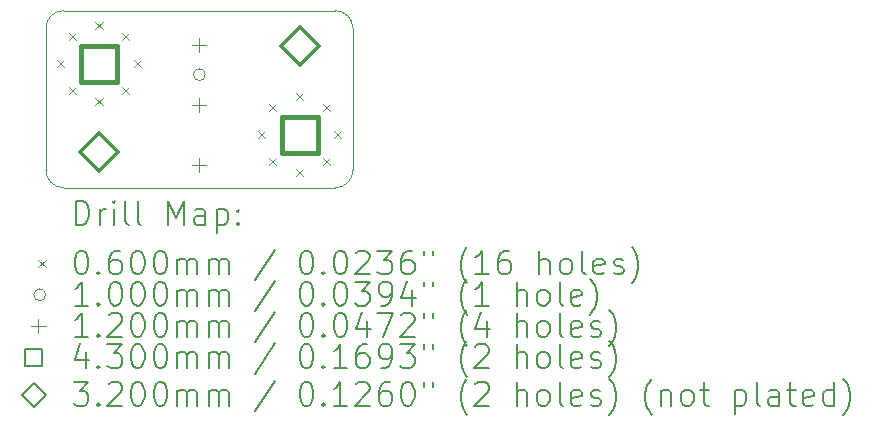
<source format=gbr>
%TF.GenerationSoftware,KiCad,Pcbnew,(6.0.9)*%
%TF.CreationDate,2022-12-17T15:31:03+11:00*%
%TF.ProjectId,EurekaProbe0.0.2,45757265-6b61-4507-926f-6265302e302e,rev?*%
%TF.SameCoordinates,Original*%
%TF.FileFunction,Drillmap*%
%TF.FilePolarity,Positive*%
%FSLAX45Y45*%
G04 Gerber Fmt 4.5, Leading zero omitted, Abs format (unit mm)*
G04 Created by KiCad (PCBNEW (6.0.9)) date 2022-12-17 15:31:03*
%MOMM*%
%LPD*%
G01*
G04 APERTURE LIST*
%ADD10C,0.050000*%
%ADD11C,0.200000*%
%ADD12C,0.060000*%
%ADD13C,0.100000*%
%ADD14C,0.120000*%
%ADD15C,0.430000*%
%ADD16C,0.320000*%
G04 APERTURE END LIST*
D10*
X9300000Y-5350000D02*
G75*
G03*
X9150000Y-5200000I-150000J0D01*
G01*
X9300000Y-6550000D02*
X9300000Y-5350000D01*
X6700000Y-5350000D02*
X6700000Y-6550000D01*
X9150000Y-6700000D02*
G75*
G03*
X9300000Y-6550000I0J150000D01*
G01*
X6700000Y-6550000D02*
G75*
G03*
X6850000Y-6700000I150000J0D01*
G01*
X6850000Y-6700000D02*
X9150000Y-6700000D01*
X6850000Y-5200000D02*
G75*
G03*
X6700000Y-5350000I0J-150000D01*
G01*
X9150000Y-5200000D02*
X6850000Y-5200000D01*
D11*
D12*
X6797500Y-5620000D02*
X6857500Y-5680000D01*
X6857500Y-5620000D02*
X6797500Y-5680000D01*
X6891958Y-5391958D02*
X6951958Y-5451958D01*
X6951958Y-5391958D02*
X6891958Y-5451958D01*
X6891958Y-5848042D02*
X6951958Y-5908042D01*
X6951958Y-5848042D02*
X6891958Y-5908042D01*
X7120000Y-5297500D02*
X7180000Y-5357500D01*
X7180000Y-5297500D02*
X7120000Y-5357500D01*
X7120000Y-5942500D02*
X7180000Y-6002500D01*
X7180000Y-5942500D02*
X7120000Y-6002500D01*
X7348042Y-5391958D02*
X7408042Y-5451958D01*
X7408042Y-5391958D02*
X7348042Y-5451958D01*
X7348042Y-5848042D02*
X7408042Y-5908042D01*
X7408042Y-5848042D02*
X7348042Y-5908042D01*
X7442500Y-5620000D02*
X7502500Y-5680000D01*
X7502500Y-5620000D02*
X7442500Y-5680000D01*
X8497500Y-6220000D02*
X8557500Y-6280000D01*
X8557500Y-6220000D02*
X8497500Y-6280000D01*
X8591958Y-5991958D02*
X8651958Y-6051958D01*
X8651958Y-5991958D02*
X8591958Y-6051958D01*
X8591958Y-6448042D02*
X8651958Y-6508042D01*
X8651958Y-6448042D02*
X8591958Y-6508042D01*
X8820000Y-5897500D02*
X8880000Y-5957500D01*
X8880000Y-5897500D02*
X8820000Y-5957500D01*
X8820000Y-6542500D02*
X8880000Y-6602500D01*
X8880000Y-6542500D02*
X8820000Y-6602500D01*
X9048042Y-5991958D02*
X9108042Y-6051958D01*
X9108042Y-5991958D02*
X9048042Y-6051958D01*
X9048042Y-6448042D02*
X9108042Y-6508042D01*
X9108042Y-6448042D02*
X9048042Y-6508042D01*
X9142500Y-6220000D02*
X9202500Y-6280000D01*
X9202500Y-6220000D02*
X9142500Y-6280000D01*
D13*
X8050000Y-5742000D02*
G75*
G03*
X8050000Y-5742000I-50000J0D01*
G01*
D14*
X8000000Y-5432000D02*
X8000000Y-5552000D01*
X7940000Y-5492000D02*
X8060000Y-5492000D01*
X8000000Y-5940000D02*
X8000000Y-6060000D01*
X7940000Y-6000000D02*
X8060000Y-6000000D01*
X8000000Y-6448000D02*
X8000000Y-6568000D01*
X7940000Y-6508000D02*
X8060000Y-6508000D01*
X8000000Y-6448000D02*
X8000000Y-6568000D01*
X7940000Y-6508000D02*
X8060000Y-6508000D01*
D15*
X7302029Y-5802029D02*
X7302029Y-5497971D01*
X6997971Y-5497971D01*
X6997971Y-5802029D01*
X7302029Y-5802029D01*
X9002029Y-6402029D02*
X9002029Y-6097971D01*
X8697971Y-6097971D01*
X8697971Y-6402029D01*
X9002029Y-6402029D01*
D16*
X7150000Y-6560000D02*
X7310000Y-6400000D01*
X7150000Y-6240000D01*
X6990000Y-6400000D01*
X7150000Y-6560000D01*
X8850000Y-5660000D02*
X9010000Y-5500000D01*
X8850000Y-5340000D01*
X8690000Y-5500000D01*
X8850000Y-5660000D01*
D11*
X6955119Y-7012976D02*
X6955119Y-6812976D01*
X7002738Y-6812976D01*
X7031309Y-6822500D01*
X7050357Y-6841548D01*
X7059881Y-6860595D01*
X7069405Y-6898690D01*
X7069405Y-6927262D01*
X7059881Y-6965357D01*
X7050357Y-6984405D01*
X7031309Y-7003452D01*
X7002738Y-7012976D01*
X6955119Y-7012976D01*
X7155119Y-7012976D02*
X7155119Y-6879643D01*
X7155119Y-6917738D02*
X7164643Y-6898690D01*
X7174167Y-6889167D01*
X7193214Y-6879643D01*
X7212262Y-6879643D01*
X7278928Y-7012976D02*
X7278928Y-6879643D01*
X7278928Y-6812976D02*
X7269405Y-6822500D01*
X7278928Y-6832024D01*
X7288452Y-6822500D01*
X7278928Y-6812976D01*
X7278928Y-6832024D01*
X7402738Y-7012976D02*
X7383690Y-7003452D01*
X7374167Y-6984405D01*
X7374167Y-6812976D01*
X7507500Y-7012976D02*
X7488452Y-7003452D01*
X7478928Y-6984405D01*
X7478928Y-6812976D01*
X7736071Y-7012976D02*
X7736071Y-6812976D01*
X7802738Y-6955833D01*
X7869405Y-6812976D01*
X7869405Y-7012976D01*
X8050357Y-7012976D02*
X8050357Y-6908214D01*
X8040833Y-6889167D01*
X8021786Y-6879643D01*
X7983690Y-6879643D01*
X7964643Y-6889167D01*
X8050357Y-7003452D02*
X8031309Y-7012976D01*
X7983690Y-7012976D01*
X7964643Y-7003452D01*
X7955119Y-6984405D01*
X7955119Y-6965357D01*
X7964643Y-6946309D01*
X7983690Y-6936786D01*
X8031309Y-6936786D01*
X8050357Y-6927262D01*
X8145595Y-6879643D02*
X8145595Y-7079643D01*
X8145595Y-6889167D02*
X8164643Y-6879643D01*
X8202738Y-6879643D01*
X8221786Y-6889167D01*
X8231309Y-6898690D01*
X8240833Y-6917738D01*
X8240833Y-6974881D01*
X8231309Y-6993928D01*
X8221786Y-7003452D01*
X8202738Y-7012976D01*
X8164643Y-7012976D01*
X8145595Y-7003452D01*
X8326548Y-6993928D02*
X8336071Y-7003452D01*
X8326548Y-7012976D01*
X8317024Y-7003452D01*
X8326548Y-6993928D01*
X8326548Y-7012976D01*
X8326548Y-6889167D02*
X8336071Y-6898690D01*
X8326548Y-6908214D01*
X8317024Y-6898690D01*
X8326548Y-6889167D01*
X8326548Y-6908214D01*
D12*
X6637500Y-7312500D02*
X6697500Y-7372500D01*
X6697500Y-7312500D02*
X6637500Y-7372500D01*
D11*
X6993214Y-7232976D02*
X7012262Y-7232976D01*
X7031309Y-7242500D01*
X7040833Y-7252024D01*
X7050357Y-7271071D01*
X7059881Y-7309167D01*
X7059881Y-7356786D01*
X7050357Y-7394881D01*
X7040833Y-7413928D01*
X7031309Y-7423452D01*
X7012262Y-7432976D01*
X6993214Y-7432976D01*
X6974167Y-7423452D01*
X6964643Y-7413928D01*
X6955119Y-7394881D01*
X6945595Y-7356786D01*
X6945595Y-7309167D01*
X6955119Y-7271071D01*
X6964643Y-7252024D01*
X6974167Y-7242500D01*
X6993214Y-7232976D01*
X7145595Y-7413928D02*
X7155119Y-7423452D01*
X7145595Y-7432976D01*
X7136071Y-7423452D01*
X7145595Y-7413928D01*
X7145595Y-7432976D01*
X7326548Y-7232976D02*
X7288452Y-7232976D01*
X7269405Y-7242500D01*
X7259881Y-7252024D01*
X7240833Y-7280595D01*
X7231309Y-7318690D01*
X7231309Y-7394881D01*
X7240833Y-7413928D01*
X7250357Y-7423452D01*
X7269405Y-7432976D01*
X7307500Y-7432976D01*
X7326548Y-7423452D01*
X7336071Y-7413928D01*
X7345595Y-7394881D01*
X7345595Y-7347262D01*
X7336071Y-7328214D01*
X7326548Y-7318690D01*
X7307500Y-7309167D01*
X7269405Y-7309167D01*
X7250357Y-7318690D01*
X7240833Y-7328214D01*
X7231309Y-7347262D01*
X7469405Y-7232976D02*
X7488452Y-7232976D01*
X7507500Y-7242500D01*
X7517024Y-7252024D01*
X7526548Y-7271071D01*
X7536071Y-7309167D01*
X7536071Y-7356786D01*
X7526548Y-7394881D01*
X7517024Y-7413928D01*
X7507500Y-7423452D01*
X7488452Y-7432976D01*
X7469405Y-7432976D01*
X7450357Y-7423452D01*
X7440833Y-7413928D01*
X7431309Y-7394881D01*
X7421786Y-7356786D01*
X7421786Y-7309167D01*
X7431309Y-7271071D01*
X7440833Y-7252024D01*
X7450357Y-7242500D01*
X7469405Y-7232976D01*
X7659881Y-7232976D02*
X7678928Y-7232976D01*
X7697976Y-7242500D01*
X7707500Y-7252024D01*
X7717024Y-7271071D01*
X7726548Y-7309167D01*
X7726548Y-7356786D01*
X7717024Y-7394881D01*
X7707500Y-7413928D01*
X7697976Y-7423452D01*
X7678928Y-7432976D01*
X7659881Y-7432976D01*
X7640833Y-7423452D01*
X7631309Y-7413928D01*
X7621786Y-7394881D01*
X7612262Y-7356786D01*
X7612262Y-7309167D01*
X7621786Y-7271071D01*
X7631309Y-7252024D01*
X7640833Y-7242500D01*
X7659881Y-7232976D01*
X7812262Y-7432976D02*
X7812262Y-7299643D01*
X7812262Y-7318690D02*
X7821786Y-7309167D01*
X7840833Y-7299643D01*
X7869405Y-7299643D01*
X7888452Y-7309167D01*
X7897976Y-7328214D01*
X7897976Y-7432976D01*
X7897976Y-7328214D02*
X7907500Y-7309167D01*
X7926548Y-7299643D01*
X7955119Y-7299643D01*
X7974167Y-7309167D01*
X7983690Y-7328214D01*
X7983690Y-7432976D01*
X8078928Y-7432976D02*
X8078928Y-7299643D01*
X8078928Y-7318690D02*
X8088452Y-7309167D01*
X8107500Y-7299643D01*
X8136071Y-7299643D01*
X8155119Y-7309167D01*
X8164643Y-7328214D01*
X8164643Y-7432976D01*
X8164643Y-7328214D02*
X8174167Y-7309167D01*
X8193214Y-7299643D01*
X8221786Y-7299643D01*
X8240833Y-7309167D01*
X8250357Y-7328214D01*
X8250357Y-7432976D01*
X8640833Y-7223452D02*
X8469405Y-7480595D01*
X8897976Y-7232976D02*
X8917024Y-7232976D01*
X8936071Y-7242500D01*
X8945595Y-7252024D01*
X8955119Y-7271071D01*
X8964643Y-7309167D01*
X8964643Y-7356786D01*
X8955119Y-7394881D01*
X8945595Y-7413928D01*
X8936071Y-7423452D01*
X8917024Y-7432976D01*
X8897976Y-7432976D01*
X8878929Y-7423452D01*
X8869405Y-7413928D01*
X8859881Y-7394881D01*
X8850357Y-7356786D01*
X8850357Y-7309167D01*
X8859881Y-7271071D01*
X8869405Y-7252024D01*
X8878929Y-7242500D01*
X8897976Y-7232976D01*
X9050357Y-7413928D02*
X9059881Y-7423452D01*
X9050357Y-7432976D01*
X9040833Y-7423452D01*
X9050357Y-7413928D01*
X9050357Y-7432976D01*
X9183690Y-7232976D02*
X9202738Y-7232976D01*
X9221786Y-7242500D01*
X9231310Y-7252024D01*
X9240833Y-7271071D01*
X9250357Y-7309167D01*
X9250357Y-7356786D01*
X9240833Y-7394881D01*
X9231310Y-7413928D01*
X9221786Y-7423452D01*
X9202738Y-7432976D01*
X9183690Y-7432976D01*
X9164643Y-7423452D01*
X9155119Y-7413928D01*
X9145595Y-7394881D01*
X9136071Y-7356786D01*
X9136071Y-7309167D01*
X9145595Y-7271071D01*
X9155119Y-7252024D01*
X9164643Y-7242500D01*
X9183690Y-7232976D01*
X9326548Y-7252024D02*
X9336071Y-7242500D01*
X9355119Y-7232976D01*
X9402738Y-7232976D01*
X9421786Y-7242500D01*
X9431310Y-7252024D01*
X9440833Y-7271071D01*
X9440833Y-7290119D01*
X9431310Y-7318690D01*
X9317024Y-7432976D01*
X9440833Y-7432976D01*
X9507500Y-7232976D02*
X9631310Y-7232976D01*
X9564643Y-7309167D01*
X9593214Y-7309167D01*
X9612262Y-7318690D01*
X9621786Y-7328214D01*
X9631310Y-7347262D01*
X9631310Y-7394881D01*
X9621786Y-7413928D01*
X9612262Y-7423452D01*
X9593214Y-7432976D01*
X9536071Y-7432976D01*
X9517024Y-7423452D01*
X9507500Y-7413928D01*
X9802738Y-7232976D02*
X9764643Y-7232976D01*
X9745595Y-7242500D01*
X9736071Y-7252024D01*
X9717024Y-7280595D01*
X9707500Y-7318690D01*
X9707500Y-7394881D01*
X9717024Y-7413928D01*
X9726548Y-7423452D01*
X9745595Y-7432976D01*
X9783690Y-7432976D01*
X9802738Y-7423452D01*
X9812262Y-7413928D01*
X9821786Y-7394881D01*
X9821786Y-7347262D01*
X9812262Y-7328214D01*
X9802738Y-7318690D01*
X9783690Y-7309167D01*
X9745595Y-7309167D01*
X9726548Y-7318690D01*
X9717024Y-7328214D01*
X9707500Y-7347262D01*
X9897976Y-7232976D02*
X9897976Y-7271071D01*
X9974167Y-7232976D02*
X9974167Y-7271071D01*
X10269405Y-7509167D02*
X10259881Y-7499643D01*
X10240833Y-7471071D01*
X10231310Y-7452024D01*
X10221786Y-7423452D01*
X10212262Y-7375833D01*
X10212262Y-7337738D01*
X10221786Y-7290119D01*
X10231310Y-7261548D01*
X10240833Y-7242500D01*
X10259881Y-7213928D01*
X10269405Y-7204405D01*
X10450357Y-7432976D02*
X10336071Y-7432976D01*
X10393214Y-7432976D02*
X10393214Y-7232976D01*
X10374167Y-7261548D01*
X10355119Y-7280595D01*
X10336071Y-7290119D01*
X10621786Y-7232976D02*
X10583690Y-7232976D01*
X10564643Y-7242500D01*
X10555119Y-7252024D01*
X10536071Y-7280595D01*
X10526548Y-7318690D01*
X10526548Y-7394881D01*
X10536071Y-7413928D01*
X10545595Y-7423452D01*
X10564643Y-7432976D01*
X10602738Y-7432976D01*
X10621786Y-7423452D01*
X10631310Y-7413928D01*
X10640833Y-7394881D01*
X10640833Y-7347262D01*
X10631310Y-7328214D01*
X10621786Y-7318690D01*
X10602738Y-7309167D01*
X10564643Y-7309167D01*
X10545595Y-7318690D01*
X10536071Y-7328214D01*
X10526548Y-7347262D01*
X10878929Y-7432976D02*
X10878929Y-7232976D01*
X10964643Y-7432976D02*
X10964643Y-7328214D01*
X10955119Y-7309167D01*
X10936071Y-7299643D01*
X10907500Y-7299643D01*
X10888452Y-7309167D01*
X10878929Y-7318690D01*
X11088452Y-7432976D02*
X11069405Y-7423452D01*
X11059881Y-7413928D01*
X11050357Y-7394881D01*
X11050357Y-7337738D01*
X11059881Y-7318690D01*
X11069405Y-7309167D01*
X11088452Y-7299643D01*
X11117024Y-7299643D01*
X11136071Y-7309167D01*
X11145595Y-7318690D01*
X11155119Y-7337738D01*
X11155119Y-7394881D01*
X11145595Y-7413928D01*
X11136071Y-7423452D01*
X11117024Y-7432976D01*
X11088452Y-7432976D01*
X11269405Y-7432976D02*
X11250357Y-7423452D01*
X11240833Y-7404405D01*
X11240833Y-7232976D01*
X11421786Y-7423452D02*
X11402738Y-7432976D01*
X11364643Y-7432976D01*
X11345595Y-7423452D01*
X11336071Y-7404405D01*
X11336071Y-7328214D01*
X11345595Y-7309167D01*
X11364643Y-7299643D01*
X11402738Y-7299643D01*
X11421786Y-7309167D01*
X11431309Y-7328214D01*
X11431309Y-7347262D01*
X11336071Y-7366309D01*
X11507500Y-7423452D02*
X11526548Y-7432976D01*
X11564643Y-7432976D01*
X11583690Y-7423452D01*
X11593214Y-7404405D01*
X11593214Y-7394881D01*
X11583690Y-7375833D01*
X11564643Y-7366309D01*
X11536071Y-7366309D01*
X11517024Y-7356786D01*
X11507500Y-7337738D01*
X11507500Y-7328214D01*
X11517024Y-7309167D01*
X11536071Y-7299643D01*
X11564643Y-7299643D01*
X11583690Y-7309167D01*
X11659881Y-7509167D02*
X11669405Y-7499643D01*
X11688452Y-7471071D01*
X11697976Y-7452024D01*
X11707500Y-7423452D01*
X11717024Y-7375833D01*
X11717024Y-7337738D01*
X11707500Y-7290119D01*
X11697976Y-7261548D01*
X11688452Y-7242500D01*
X11669405Y-7213928D01*
X11659881Y-7204405D01*
D13*
X6697500Y-7606500D02*
G75*
G03*
X6697500Y-7606500I-50000J0D01*
G01*
D11*
X7059881Y-7696976D02*
X6945595Y-7696976D01*
X7002738Y-7696976D02*
X7002738Y-7496976D01*
X6983690Y-7525548D01*
X6964643Y-7544595D01*
X6945595Y-7554119D01*
X7145595Y-7677928D02*
X7155119Y-7687452D01*
X7145595Y-7696976D01*
X7136071Y-7687452D01*
X7145595Y-7677928D01*
X7145595Y-7696976D01*
X7278928Y-7496976D02*
X7297976Y-7496976D01*
X7317024Y-7506500D01*
X7326548Y-7516024D01*
X7336071Y-7535071D01*
X7345595Y-7573167D01*
X7345595Y-7620786D01*
X7336071Y-7658881D01*
X7326548Y-7677928D01*
X7317024Y-7687452D01*
X7297976Y-7696976D01*
X7278928Y-7696976D01*
X7259881Y-7687452D01*
X7250357Y-7677928D01*
X7240833Y-7658881D01*
X7231309Y-7620786D01*
X7231309Y-7573167D01*
X7240833Y-7535071D01*
X7250357Y-7516024D01*
X7259881Y-7506500D01*
X7278928Y-7496976D01*
X7469405Y-7496976D02*
X7488452Y-7496976D01*
X7507500Y-7506500D01*
X7517024Y-7516024D01*
X7526548Y-7535071D01*
X7536071Y-7573167D01*
X7536071Y-7620786D01*
X7526548Y-7658881D01*
X7517024Y-7677928D01*
X7507500Y-7687452D01*
X7488452Y-7696976D01*
X7469405Y-7696976D01*
X7450357Y-7687452D01*
X7440833Y-7677928D01*
X7431309Y-7658881D01*
X7421786Y-7620786D01*
X7421786Y-7573167D01*
X7431309Y-7535071D01*
X7440833Y-7516024D01*
X7450357Y-7506500D01*
X7469405Y-7496976D01*
X7659881Y-7496976D02*
X7678928Y-7496976D01*
X7697976Y-7506500D01*
X7707500Y-7516024D01*
X7717024Y-7535071D01*
X7726548Y-7573167D01*
X7726548Y-7620786D01*
X7717024Y-7658881D01*
X7707500Y-7677928D01*
X7697976Y-7687452D01*
X7678928Y-7696976D01*
X7659881Y-7696976D01*
X7640833Y-7687452D01*
X7631309Y-7677928D01*
X7621786Y-7658881D01*
X7612262Y-7620786D01*
X7612262Y-7573167D01*
X7621786Y-7535071D01*
X7631309Y-7516024D01*
X7640833Y-7506500D01*
X7659881Y-7496976D01*
X7812262Y-7696976D02*
X7812262Y-7563643D01*
X7812262Y-7582690D02*
X7821786Y-7573167D01*
X7840833Y-7563643D01*
X7869405Y-7563643D01*
X7888452Y-7573167D01*
X7897976Y-7592214D01*
X7897976Y-7696976D01*
X7897976Y-7592214D02*
X7907500Y-7573167D01*
X7926548Y-7563643D01*
X7955119Y-7563643D01*
X7974167Y-7573167D01*
X7983690Y-7592214D01*
X7983690Y-7696976D01*
X8078928Y-7696976D02*
X8078928Y-7563643D01*
X8078928Y-7582690D02*
X8088452Y-7573167D01*
X8107500Y-7563643D01*
X8136071Y-7563643D01*
X8155119Y-7573167D01*
X8164643Y-7592214D01*
X8164643Y-7696976D01*
X8164643Y-7592214D02*
X8174167Y-7573167D01*
X8193214Y-7563643D01*
X8221786Y-7563643D01*
X8240833Y-7573167D01*
X8250357Y-7592214D01*
X8250357Y-7696976D01*
X8640833Y-7487452D02*
X8469405Y-7744595D01*
X8897976Y-7496976D02*
X8917024Y-7496976D01*
X8936071Y-7506500D01*
X8945595Y-7516024D01*
X8955119Y-7535071D01*
X8964643Y-7573167D01*
X8964643Y-7620786D01*
X8955119Y-7658881D01*
X8945595Y-7677928D01*
X8936071Y-7687452D01*
X8917024Y-7696976D01*
X8897976Y-7696976D01*
X8878929Y-7687452D01*
X8869405Y-7677928D01*
X8859881Y-7658881D01*
X8850357Y-7620786D01*
X8850357Y-7573167D01*
X8859881Y-7535071D01*
X8869405Y-7516024D01*
X8878929Y-7506500D01*
X8897976Y-7496976D01*
X9050357Y-7677928D02*
X9059881Y-7687452D01*
X9050357Y-7696976D01*
X9040833Y-7687452D01*
X9050357Y-7677928D01*
X9050357Y-7696976D01*
X9183690Y-7496976D02*
X9202738Y-7496976D01*
X9221786Y-7506500D01*
X9231310Y-7516024D01*
X9240833Y-7535071D01*
X9250357Y-7573167D01*
X9250357Y-7620786D01*
X9240833Y-7658881D01*
X9231310Y-7677928D01*
X9221786Y-7687452D01*
X9202738Y-7696976D01*
X9183690Y-7696976D01*
X9164643Y-7687452D01*
X9155119Y-7677928D01*
X9145595Y-7658881D01*
X9136071Y-7620786D01*
X9136071Y-7573167D01*
X9145595Y-7535071D01*
X9155119Y-7516024D01*
X9164643Y-7506500D01*
X9183690Y-7496976D01*
X9317024Y-7496976D02*
X9440833Y-7496976D01*
X9374167Y-7573167D01*
X9402738Y-7573167D01*
X9421786Y-7582690D01*
X9431310Y-7592214D01*
X9440833Y-7611262D01*
X9440833Y-7658881D01*
X9431310Y-7677928D01*
X9421786Y-7687452D01*
X9402738Y-7696976D01*
X9345595Y-7696976D01*
X9326548Y-7687452D01*
X9317024Y-7677928D01*
X9536071Y-7696976D02*
X9574167Y-7696976D01*
X9593214Y-7687452D01*
X9602738Y-7677928D01*
X9621786Y-7649357D01*
X9631310Y-7611262D01*
X9631310Y-7535071D01*
X9621786Y-7516024D01*
X9612262Y-7506500D01*
X9593214Y-7496976D01*
X9555119Y-7496976D01*
X9536071Y-7506500D01*
X9526548Y-7516024D01*
X9517024Y-7535071D01*
X9517024Y-7582690D01*
X9526548Y-7601738D01*
X9536071Y-7611262D01*
X9555119Y-7620786D01*
X9593214Y-7620786D01*
X9612262Y-7611262D01*
X9621786Y-7601738D01*
X9631310Y-7582690D01*
X9802738Y-7563643D02*
X9802738Y-7696976D01*
X9755119Y-7487452D02*
X9707500Y-7630309D01*
X9831310Y-7630309D01*
X9897976Y-7496976D02*
X9897976Y-7535071D01*
X9974167Y-7496976D02*
X9974167Y-7535071D01*
X10269405Y-7773167D02*
X10259881Y-7763643D01*
X10240833Y-7735071D01*
X10231310Y-7716024D01*
X10221786Y-7687452D01*
X10212262Y-7639833D01*
X10212262Y-7601738D01*
X10221786Y-7554119D01*
X10231310Y-7525548D01*
X10240833Y-7506500D01*
X10259881Y-7477928D01*
X10269405Y-7468405D01*
X10450357Y-7696976D02*
X10336071Y-7696976D01*
X10393214Y-7696976D02*
X10393214Y-7496976D01*
X10374167Y-7525548D01*
X10355119Y-7544595D01*
X10336071Y-7554119D01*
X10688452Y-7696976D02*
X10688452Y-7496976D01*
X10774167Y-7696976D02*
X10774167Y-7592214D01*
X10764643Y-7573167D01*
X10745595Y-7563643D01*
X10717024Y-7563643D01*
X10697976Y-7573167D01*
X10688452Y-7582690D01*
X10897976Y-7696976D02*
X10878929Y-7687452D01*
X10869405Y-7677928D01*
X10859881Y-7658881D01*
X10859881Y-7601738D01*
X10869405Y-7582690D01*
X10878929Y-7573167D01*
X10897976Y-7563643D01*
X10926548Y-7563643D01*
X10945595Y-7573167D01*
X10955119Y-7582690D01*
X10964643Y-7601738D01*
X10964643Y-7658881D01*
X10955119Y-7677928D01*
X10945595Y-7687452D01*
X10926548Y-7696976D01*
X10897976Y-7696976D01*
X11078929Y-7696976D02*
X11059881Y-7687452D01*
X11050357Y-7668405D01*
X11050357Y-7496976D01*
X11231309Y-7687452D02*
X11212262Y-7696976D01*
X11174167Y-7696976D01*
X11155119Y-7687452D01*
X11145595Y-7668405D01*
X11145595Y-7592214D01*
X11155119Y-7573167D01*
X11174167Y-7563643D01*
X11212262Y-7563643D01*
X11231309Y-7573167D01*
X11240833Y-7592214D01*
X11240833Y-7611262D01*
X11145595Y-7630309D01*
X11307500Y-7773167D02*
X11317024Y-7763643D01*
X11336071Y-7735071D01*
X11345595Y-7716024D01*
X11355119Y-7687452D01*
X11364643Y-7639833D01*
X11364643Y-7601738D01*
X11355119Y-7554119D01*
X11345595Y-7525548D01*
X11336071Y-7506500D01*
X11317024Y-7477928D01*
X11307500Y-7468405D01*
D14*
X6637500Y-7810500D02*
X6637500Y-7930500D01*
X6577500Y-7870500D02*
X6697500Y-7870500D01*
D11*
X7059881Y-7960976D02*
X6945595Y-7960976D01*
X7002738Y-7960976D02*
X7002738Y-7760976D01*
X6983690Y-7789548D01*
X6964643Y-7808595D01*
X6945595Y-7818119D01*
X7145595Y-7941928D02*
X7155119Y-7951452D01*
X7145595Y-7960976D01*
X7136071Y-7951452D01*
X7145595Y-7941928D01*
X7145595Y-7960976D01*
X7231309Y-7780024D02*
X7240833Y-7770500D01*
X7259881Y-7760976D01*
X7307500Y-7760976D01*
X7326548Y-7770500D01*
X7336071Y-7780024D01*
X7345595Y-7799071D01*
X7345595Y-7818119D01*
X7336071Y-7846690D01*
X7221786Y-7960976D01*
X7345595Y-7960976D01*
X7469405Y-7760976D02*
X7488452Y-7760976D01*
X7507500Y-7770500D01*
X7517024Y-7780024D01*
X7526548Y-7799071D01*
X7536071Y-7837167D01*
X7536071Y-7884786D01*
X7526548Y-7922881D01*
X7517024Y-7941928D01*
X7507500Y-7951452D01*
X7488452Y-7960976D01*
X7469405Y-7960976D01*
X7450357Y-7951452D01*
X7440833Y-7941928D01*
X7431309Y-7922881D01*
X7421786Y-7884786D01*
X7421786Y-7837167D01*
X7431309Y-7799071D01*
X7440833Y-7780024D01*
X7450357Y-7770500D01*
X7469405Y-7760976D01*
X7659881Y-7760976D02*
X7678928Y-7760976D01*
X7697976Y-7770500D01*
X7707500Y-7780024D01*
X7717024Y-7799071D01*
X7726548Y-7837167D01*
X7726548Y-7884786D01*
X7717024Y-7922881D01*
X7707500Y-7941928D01*
X7697976Y-7951452D01*
X7678928Y-7960976D01*
X7659881Y-7960976D01*
X7640833Y-7951452D01*
X7631309Y-7941928D01*
X7621786Y-7922881D01*
X7612262Y-7884786D01*
X7612262Y-7837167D01*
X7621786Y-7799071D01*
X7631309Y-7780024D01*
X7640833Y-7770500D01*
X7659881Y-7760976D01*
X7812262Y-7960976D02*
X7812262Y-7827643D01*
X7812262Y-7846690D02*
X7821786Y-7837167D01*
X7840833Y-7827643D01*
X7869405Y-7827643D01*
X7888452Y-7837167D01*
X7897976Y-7856214D01*
X7897976Y-7960976D01*
X7897976Y-7856214D02*
X7907500Y-7837167D01*
X7926548Y-7827643D01*
X7955119Y-7827643D01*
X7974167Y-7837167D01*
X7983690Y-7856214D01*
X7983690Y-7960976D01*
X8078928Y-7960976D02*
X8078928Y-7827643D01*
X8078928Y-7846690D02*
X8088452Y-7837167D01*
X8107500Y-7827643D01*
X8136071Y-7827643D01*
X8155119Y-7837167D01*
X8164643Y-7856214D01*
X8164643Y-7960976D01*
X8164643Y-7856214D02*
X8174167Y-7837167D01*
X8193214Y-7827643D01*
X8221786Y-7827643D01*
X8240833Y-7837167D01*
X8250357Y-7856214D01*
X8250357Y-7960976D01*
X8640833Y-7751452D02*
X8469405Y-8008595D01*
X8897976Y-7760976D02*
X8917024Y-7760976D01*
X8936071Y-7770500D01*
X8945595Y-7780024D01*
X8955119Y-7799071D01*
X8964643Y-7837167D01*
X8964643Y-7884786D01*
X8955119Y-7922881D01*
X8945595Y-7941928D01*
X8936071Y-7951452D01*
X8917024Y-7960976D01*
X8897976Y-7960976D01*
X8878929Y-7951452D01*
X8869405Y-7941928D01*
X8859881Y-7922881D01*
X8850357Y-7884786D01*
X8850357Y-7837167D01*
X8859881Y-7799071D01*
X8869405Y-7780024D01*
X8878929Y-7770500D01*
X8897976Y-7760976D01*
X9050357Y-7941928D02*
X9059881Y-7951452D01*
X9050357Y-7960976D01*
X9040833Y-7951452D01*
X9050357Y-7941928D01*
X9050357Y-7960976D01*
X9183690Y-7760976D02*
X9202738Y-7760976D01*
X9221786Y-7770500D01*
X9231310Y-7780024D01*
X9240833Y-7799071D01*
X9250357Y-7837167D01*
X9250357Y-7884786D01*
X9240833Y-7922881D01*
X9231310Y-7941928D01*
X9221786Y-7951452D01*
X9202738Y-7960976D01*
X9183690Y-7960976D01*
X9164643Y-7951452D01*
X9155119Y-7941928D01*
X9145595Y-7922881D01*
X9136071Y-7884786D01*
X9136071Y-7837167D01*
X9145595Y-7799071D01*
X9155119Y-7780024D01*
X9164643Y-7770500D01*
X9183690Y-7760976D01*
X9421786Y-7827643D02*
X9421786Y-7960976D01*
X9374167Y-7751452D02*
X9326548Y-7894309D01*
X9450357Y-7894309D01*
X9507500Y-7760976D02*
X9640833Y-7760976D01*
X9555119Y-7960976D01*
X9707500Y-7780024D02*
X9717024Y-7770500D01*
X9736071Y-7760976D01*
X9783690Y-7760976D01*
X9802738Y-7770500D01*
X9812262Y-7780024D01*
X9821786Y-7799071D01*
X9821786Y-7818119D01*
X9812262Y-7846690D01*
X9697976Y-7960976D01*
X9821786Y-7960976D01*
X9897976Y-7760976D02*
X9897976Y-7799071D01*
X9974167Y-7760976D02*
X9974167Y-7799071D01*
X10269405Y-8037167D02*
X10259881Y-8027643D01*
X10240833Y-7999071D01*
X10231310Y-7980024D01*
X10221786Y-7951452D01*
X10212262Y-7903833D01*
X10212262Y-7865738D01*
X10221786Y-7818119D01*
X10231310Y-7789548D01*
X10240833Y-7770500D01*
X10259881Y-7741928D01*
X10269405Y-7732405D01*
X10431310Y-7827643D02*
X10431310Y-7960976D01*
X10383690Y-7751452D02*
X10336071Y-7894309D01*
X10459881Y-7894309D01*
X10688452Y-7960976D02*
X10688452Y-7760976D01*
X10774167Y-7960976D02*
X10774167Y-7856214D01*
X10764643Y-7837167D01*
X10745595Y-7827643D01*
X10717024Y-7827643D01*
X10697976Y-7837167D01*
X10688452Y-7846690D01*
X10897976Y-7960976D02*
X10878929Y-7951452D01*
X10869405Y-7941928D01*
X10859881Y-7922881D01*
X10859881Y-7865738D01*
X10869405Y-7846690D01*
X10878929Y-7837167D01*
X10897976Y-7827643D01*
X10926548Y-7827643D01*
X10945595Y-7837167D01*
X10955119Y-7846690D01*
X10964643Y-7865738D01*
X10964643Y-7922881D01*
X10955119Y-7941928D01*
X10945595Y-7951452D01*
X10926548Y-7960976D01*
X10897976Y-7960976D01*
X11078929Y-7960976D02*
X11059881Y-7951452D01*
X11050357Y-7932405D01*
X11050357Y-7760976D01*
X11231309Y-7951452D02*
X11212262Y-7960976D01*
X11174167Y-7960976D01*
X11155119Y-7951452D01*
X11145595Y-7932405D01*
X11145595Y-7856214D01*
X11155119Y-7837167D01*
X11174167Y-7827643D01*
X11212262Y-7827643D01*
X11231309Y-7837167D01*
X11240833Y-7856214D01*
X11240833Y-7875262D01*
X11145595Y-7894309D01*
X11317024Y-7951452D02*
X11336071Y-7960976D01*
X11374167Y-7960976D01*
X11393214Y-7951452D01*
X11402738Y-7932405D01*
X11402738Y-7922881D01*
X11393214Y-7903833D01*
X11374167Y-7894309D01*
X11345595Y-7894309D01*
X11326548Y-7884786D01*
X11317024Y-7865738D01*
X11317024Y-7856214D01*
X11326548Y-7837167D01*
X11345595Y-7827643D01*
X11374167Y-7827643D01*
X11393214Y-7837167D01*
X11469405Y-8037167D02*
X11478928Y-8027643D01*
X11497976Y-7999071D01*
X11507500Y-7980024D01*
X11517024Y-7951452D01*
X11526548Y-7903833D01*
X11526548Y-7865738D01*
X11517024Y-7818119D01*
X11507500Y-7789548D01*
X11497976Y-7770500D01*
X11478928Y-7741928D01*
X11469405Y-7732405D01*
X6668211Y-8205211D02*
X6668211Y-8063789D01*
X6526789Y-8063789D01*
X6526789Y-8205211D01*
X6668211Y-8205211D01*
X7040833Y-8091643D02*
X7040833Y-8224976D01*
X6993214Y-8015452D02*
X6945595Y-8158309D01*
X7069405Y-8158309D01*
X7145595Y-8205928D02*
X7155119Y-8215452D01*
X7145595Y-8224976D01*
X7136071Y-8215452D01*
X7145595Y-8205928D01*
X7145595Y-8224976D01*
X7221786Y-8024976D02*
X7345595Y-8024976D01*
X7278928Y-8101167D01*
X7307500Y-8101167D01*
X7326548Y-8110690D01*
X7336071Y-8120214D01*
X7345595Y-8139262D01*
X7345595Y-8186881D01*
X7336071Y-8205928D01*
X7326548Y-8215452D01*
X7307500Y-8224976D01*
X7250357Y-8224976D01*
X7231309Y-8215452D01*
X7221786Y-8205928D01*
X7469405Y-8024976D02*
X7488452Y-8024976D01*
X7507500Y-8034500D01*
X7517024Y-8044024D01*
X7526548Y-8063071D01*
X7536071Y-8101167D01*
X7536071Y-8148786D01*
X7526548Y-8186881D01*
X7517024Y-8205928D01*
X7507500Y-8215452D01*
X7488452Y-8224976D01*
X7469405Y-8224976D01*
X7450357Y-8215452D01*
X7440833Y-8205928D01*
X7431309Y-8186881D01*
X7421786Y-8148786D01*
X7421786Y-8101167D01*
X7431309Y-8063071D01*
X7440833Y-8044024D01*
X7450357Y-8034500D01*
X7469405Y-8024976D01*
X7659881Y-8024976D02*
X7678928Y-8024976D01*
X7697976Y-8034500D01*
X7707500Y-8044024D01*
X7717024Y-8063071D01*
X7726548Y-8101167D01*
X7726548Y-8148786D01*
X7717024Y-8186881D01*
X7707500Y-8205928D01*
X7697976Y-8215452D01*
X7678928Y-8224976D01*
X7659881Y-8224976D01*
X7640833Y-8215452D01*
X7631309Y-8205928D01*
X7621786Y-8186881D01*
X7612262Y-8148786D01*
X7612262Y-8101167D01*
X7621786Y-8063071D01*
X7631309Y-8044024D01*
X7640833Y-8034500D01*
X7659881Y-8024976D01*
X7812262Y-8224976D02*
X7812262Y-8091643D01*
X7812262Y-8110690D02*
X7821786Y-8101167D01*
X7840833Y-8091643D01*
X7869405Y-8091643D01*
X7888452Y-8101167D01*
X7897976Y-8120214D01*
X7897976Y-8224976D01*
X7897976Y-8120214D02*
X7907500Y-8101167D01*
X7926548Y-8091643D01*
X7955119Y-8091643D01*
X7974167Y-8101167D01*
X7983690Y-8120214D01*
X7983690Y-8224976D01*
X8078928Y-8224976D02*
X8078928Y-8091643D01*
X8078928Y-8110690D02*
X8088452Y-8101167D01*
X8107500Y-8091643D01*
X8136071Y-8091643D01*
X8155119Y-8101167D01*
X8164643Y-8120214D01*
X8164643Y-8224976D01*
X8164643Y-8120214D02*
X8174167Y-8101167D01*
X8193214Y-8091643D01*
X8221786Y-8091643D01*
X8240833Y-8101167D01*
X8250357Y-8120214D01*
X8250357Y-8224976D01*
X8640833Y-8015452D02*
X8469405Y-8272595D01*
X8897976Y-8024976D02*
X8917024Y-8024976D01*
X8936071Y-8034500D01*
X8945595Y-8044024D01*
X8955119Y-8063071D01*
X8964643Y-8101167D01*
X8964643Y-8148786D01*
X8955119Y-8186881D01*
X8945595Y-8205928D01*
X8936071Y-8215452D01*
X8917024Y-8224976D01*
X8897976Y-8224976D01*
X8878929Y-8215452D01*
X8869405Y-8205928D01*
X8859881Y-8186881D01*
X8850357Y-8148786D01*
X8850357Y-8101167D01*
X8859881Y-8063071D01*
X8869405Y-8044024D01*
X8878929Y-8034500D01*
X8897976Y-8024976D01*
X9050357Y-8205928D02*
X9059881Y-8215452D01*
X9050357Y-8224976D01*
X9040833Y-8215452D01*
X9050357Y-8205928D01*
X9050357Y-8224976D01*
X9250357Y-8224976D02*
X9136071Y-8224976D01*
X9193214Y-8224976D02*
X9193214Y-8024976D01*
X9174167Y-8053548D01*
X9155119Y-8072595D01*
X9136071Y-8082119D01*
X9421786Y-8024976D02*
X9383690Y-8024976D01*
X9364643Y-8034500D01*
X9355119Y-8044024D01*
X9336071Y-8072595D01*
X9326548Y-8110690D01*
X9326548Y-8186881D01*
X9336071Y-8205928D01*
X9345595Y-8215452D01*
X9364643Y-8224976D01*
X9402738Y-8224976D01*
X9421786Y-8215452D01*
X9431310Y-8205928D01*
X9440833Y-8186881D01*
X9440833Y-8139262D01*
X9431310Y-8120214D01*
X9421786Y-8110690D01*
X9402738Y-8101167D01*
X9364643Y-8101167D01*
X9345595Y-8110690D01*
X9336071Y-8120214D01*
X9326548Y-8139262D01*
X9536071Y-8224976D02*
X9574167Y-8224976D01*
X9593214Y-8215452D01*
X9602738Y-8205928D01*
X9621786Y-8177357D01*
X9631310Y-8139262D01*
X9631310Y-8063071D01*
X9621786Y-8044024D01*
X9612262Y-8034500D01*
X9593214Y-8024976D01*
X9555119Y-8024976D01*
X9536071Y-8034500D01*
X9526548Y-8044024D01*
X9517024Y-8063071D01*
X9517024Y-8110690D01*
X9526548Y-8129738D01*
X9536071Y-8139262D01*
X9555119Y-8148786D01*
X9593214Y-8148786D01*
X9612262Y-8139262D01*
X9621786Y-8129738D01*
X9631310Y-8110690D01*
X9697976Y-8024976D02*
X9821786Y-8024976D01*
X9755119Y-8101167D01*
X9783690Y-8101167D01*
X9802738Y-8110690D01*
X9812262Y-8120214D01*
X9821786Y-8139262D01*
X9821786Y-8186881D01*
X9812262Y-8205928D01*
X9802738Y-8215452D01*
X9783690Y-8224976D01*
X9726548Y-8224976D01*
X9707500Y-8215452D01*
X9697976Y-8205928D01*
X9897976Y-8024976D02*
X9897976Y-8063071D01*
X9974167Y-8024976D02*
X9974167Y-8063071D01*
X10269405Y-8301167D02*
X10259881Y-8291643D01*
X10240833Y-8263071D01*
X10231310Y-8244024D01*
X10221786Y-8215452D01*
X10212262Y-8167833D01*
X10212262Y-8129738D01*
X10221786Y-8082119D01*
X10231310Y-8053548D01*
X10240833Y-8034500D01*
X10259881Y-8005928D01*
X10269405Y-7996405D01*
X10336071Y-8044024D02*
X10345595Y-8034500D01*
X10364643Y-8024976D01*
X10412262Y-8024976D01*
X10431310Y-8034500D01*
X10440833Y-8044024D01*
X10450357Y-8063071D01*
X10450357Y-8082119D01*
X10440833Y-8110690D01*
X10326548Y-8224976D01*
X10450357Y-8224976D01*
X10688452Y-8224976D02*
X10688452Y-8024976D01*
X10774167Y-8224976D02*
X10774167Y-8120214D01*
X10764643Y-8101167D01*
X10745595Y-8091643D01*
X10717024Y-8091643D01*
X10697976Y-8101167D01*
X10688452Y-8110690D01*
X10897976Y-8224976D02*
X10878929Y-8215452D01*
X10869405Y-8205928D01*
X10859881Y-8186881D01*
X10859881Y-8129738D01*
X10869405Y-8110690D01*
X10878929Y-8101167D01*
X10897976Y-8091643D01*
X10926548Y-8091643D01*
X10945595Y-8101167D01*
X10955119Y-8110690D01*
X10964643Y-8129738D01*
X10964643Y-8186881D01*
X10955119Y-8205928D01*
X10945595Y-8215452D01*
X10926548Y-8224976D01*
X10897976Y-8224976D01*
X11078929Y-8224976D02*
X11059881Y-8215452D01*
X11050357Y-8196405D01*
X11050357Y-8024976D01*
X11231309Y-8215452D02*
X11212262Y-8224976D01*
X11174167Y-8224976D01*
X11155119Y-8215452D01*
X11145595Y-8196405D01*
X11145595Y-8120214D01*
X11155119Y-8101167D01*
X11174167Y-8091643D01*
X11212262Y-8091643D01*
X11231309Y-8101167D01*
X11240833Y-8120214D01*
X11240833Y-8139262D01*
X11145595Y-8158309D01*
X11317024Y-8215452D02*
X11336071Y-8224976D01*
X11374167Y-8224976D01*
X11393214Y-8215452D01*
X11402738Y-8196405D01*
X11402738Y-8186881D01*
X11393214Y-8167833D01*
X11374167Y-8158309D01*
X11345595Y-8158309D01*
X11326548Y-8148786D01*
X11317024Y-8129738D01*
X11317024Y-8120214D01*
X11326548Y-8101167D01*
X11345595Y-8091643D01*
X11374167Y-8091643D01*
X11393214Y-8101167D01*
X11469405Y-8301167D02*
X11478928Y-8291643D01*
X11497976Y-8263071D01*
X11507500Y-8244024D01*
X11517024Y-8215452D01*
X11526548Y-8167833D01*
X11526548Y-8129738D01*
X11517024Y-8082119D01*
X11507500Y-8053548D01*
X11497976Y-8034500D01*
X11478928Y-8005928D01*
X11469405Y-7996405D01*
X6597500Y-8554500D02*
X6697500Y-8454500D01*
X6597500Y-8354500D01*
X6497500Y-8454500D01*
X6597500Y-8554500D01*
X6936071Y-8344976D02*
X7059881Y-8344976D01*
X6993214Y-8421167D01*
X7021786Y-8421167D01*
X7040833Y-8430690D01*
X7050357Y-8440214D01*
X7059881Y-8459262D01*
X7059881Y-8506881D01*
X7050357Y-8525929D01*
X7040833Y-8535452D01*
X7021786Y-8544976D01*
X6964643Y-8544976D01*
X6945595Y-8535452D01*
X6936071Y-8525929D01*
X7145595Y-8525929D02*
X7155119Y-8535452D01*
X7145595Y-8544976D01*
X7136071Y-8535452D01*
X7145595Y-8525929D01*
X7145595Y-8544976D01*
X7231309Y-8364024D02*
X7240833Y-8354500D01*
X7259881Y-8344976D01*
X7307500Y-8344976D01*
X7326548Y-8354500D01*
X7336071Y-8364024D01*
X7345595Y-8383071D01*
X7345595Y-8402119D01*
X7336071Y-8430690D01*
X7221786Y-8544976D01*
X7345595Y-8544976D01*
X7469405Y-8344976D02*
X7488452Y-8344976D01*
X7507500Y-8354500D01*
X7517024Y-8364024D01*
X7526548Y-8383071D01*
X7536071Y-8421167D01*
X7536071Y-8468786D01*
X7526548Y-8506881D01*
X7517024Y-8525929D01*
X7507500Y-8535452D01*
X7488452Y-8544976D01*
X7469405Y-8544976D01*
X7450357Y-8535452D01*
X7440833Y-8525929D01*
X7431309Y-8506881D01*
X7421786Y-8468786D01*
X7421786Y-8421167D01*
X7431309Y-8383071D01*
X7440833Y-8364024D01*
X7450357Y-8354500D01*
X7469405Y-8344976D01*
X7659881Y-8344976D02*
X7678928Y-8344976D01*
X7697976Y-8354500D01*
X7707500Y-8364024D01*
X7717024Y-8383071D01*
X7726548Y-8421167D01*
X7726548Y-8468786D01*
X7717024Y-8506881D01*
X7707500Y-8525929D01*
X7697976Y-8535452D01*
X7678928Y-8544976D01*
X7659881Y-8544976D01*
X7640833Y-8535452D01*
X7631309Y-8525929D01*
X7621786Y-8506881D01*
X7612262Y-8468786D01*
X7612262Y-8421167D01*
X7621786Y-8383071D01*
X7631309Y-8364024D01*
X7640833Y-8354500D01*
X7659881Y-8344976D01*
X7812262Y-8544976D02*
X7812262Y-8411643D01*
X7812262Y-8430690D02*
X7821786Y-8421167D01*
X7840833Y-8411643D01*
X7869405Y-8411643D01*
X7888452Y-8421167D01*
X7897976Y-8440214D01*
X7897976Y-8544976D01*
X7897976Y-8440214D02*
X7907500Y-8421167D01*
X7926548Y-8411643D01*
X7955119Y-8411643D01*
X7974167Y-8421167D01*
X7983690Y-8440214D01*
X7983690Y-8544976D01*
X8078928Y-8544976D02*
X8078928Y-8411643D01*
X8078928Y-8430690D02*
X8088452Y-8421167D01*
X8107500Y-8411643D01*
X8136071Y-8411643D01*
X8155119Y-8421167D01*
X8164643Y-8440214D01*
X8164643Y-8544976D01*
X8164643Y-8440214D02*
X8174167Y-8421167D01*
X8193214Y-8411643D01*
X8221786Y-8411643D01*
X8240833Y-8421167D01*
X8250357Y-8440214D01*
X8250357Y-8544976D01*
X8640833Y-8335452D02*
X8469405Y-8592595D01*
X8897976Y-8344976D02*
X8917024Y-8344976D01*
X8936071Y-8354500D01*
X8945595Y-8364024D01*
X8955119Y-8383071D01*
X8964643Y-8421167D01*
X8964643Y-8468786D01*
X8955119Y-8506881D01*
X8945595Y-8525929D01*
X8936071Y-8535452D01*
X8917024Y-8544976D01*
X8897976Y-8544976D01*
X8878929Y-8535452D01*
X8869405Y-8525929D01*
X8859881Y-8506881D01*
X8850357Y-8468786D01*
X8850357Y-8421167D01*
X8859881Y-8383071D01*
X8869405Y-8364024D01*
X8878929Y-8354500D01*
X8897976Y-8344976D01*
X9050357Y-8525929D02*
X9059881Y-8535452D01*
X9050357Y-8544976D01*
X9040833Y-8535452D01*
X9050357Y-8525929D01*
X9050357Y-8544976D01*
X9250357Y-8544976D02*
X9136071Y-8544976D01*
X9193214Y-8544976D02*
X9193214Y-8344976D01*
X9174167Y-8373548D01*
X9155119Y-8392595D01*
X9136071Y-8402119D01*
X9326548Y-8364024D02*
X9336071Y-8354500D01*
X9355119Y-8344976D01*
X9402738Y-8344976D01*
X9421786Y-8354500D01*
X9431310Y-8364024D01*
X9440833Y-8383071D01*
X9440833Y-8402119D01*
X9431310Y-8430690D01*
X9317024Y-8544976D01*
X9440833Y-8544976D01*
X9612262Y-8344976D02*
X9574167Y-8344976D01*
X9555119Y-8354500D01*
X9545595Y-8364024D01*
X9526548Y-8392595D01*
X9517024Y-8430690D01*
X9517024Y-8506881D01*
X9526548Y-8525929D01*
X9536071Y-8535452D01*
X9555119Y-8544976D01*
X9593214Y-8544976D01*
X9612262Y-8535452D01*
X9621786Y-8525929D01*
X9631310Y-8506881D01*
X9631310Y-8459262D01*
X9621786Y-8440214D01*
X9612262Y-8430690D01*
X9593214Y-8421167D01*
X9555119Y-8421167D01*
X9536071Y-8430690D01*
X9526548Y-8440214D01*
X9517024Y-8459262D01*
X9755119Y-8344976D02*
X9774167Y-8344976D01*
X9793214Y-8354500D01*
X9802738Y-8364024D01*
X9812262Y-8383071D01*
X9821786Y-8421167D01*
X9821786Y-8468786D01*
X9812262Y-8506881D01*
X9802738Y-8525929D01*
X9793214Y-8535452D01*
X9774167Y-8544976D01*
X9755119Y-8544976D01*
X9736071Y-8535452D01*
X9726548Y-8525929D01*
X9717024Y-8506881D01*
X9707500Y-8468786D01*
X9707500Y-8421167D01*
X9717024Y-8383071D01*
X9726548Y-8364024D01*
X9736071Y-8354500D01*
X9755119Y-8344976D01*
X9897976Y-8344976D02*
X9897976Y-8383071D01*
X9974167Y-8344976D02*
X9974167Y-8383071D01*
X10269405Y-8621167D02*
X10259881Y-8611643D01*
X10240833Y-8583071D01*
X10231310Y-8564024D01*
X10221786Y-8535452D01*
X10212262Y-8487833D01*
X10212262Y-8449738D01*
X10221786Y-8402119D01*
X10231310Y-8373548D01*
X10240833Y-8354500D01*
X10259881Y-8325928D01*
X10269405Y-8316405D01*
X10336071Y-8364024D02*
X10345595Y-8354500D01*
X10364643Y-8344976D01*
X10412262Y-8344976D01*
X10431310Y-8354500D01*
X10440833Y-8364024D01*
X10450357Y-8383071D01*
X10450357Y-8402119D01*
X10440833Y-8430690D01*
X10326548Y-8544976D01*
X10450357Y-8544976D01*
X10688452Y-8544976D02*
X10688452Y-8344976D01*
X10774167Y-8544976D02*
X10774167Y-8440214D01*
X10764643Y-8421167D01*
X10745595Y-8411643D01*
X10717024Y-8411643D01*
X10697976Y-8421167D01*
X10688452Y-8430690D01*
X10897976Y-8544976D02*
X10878929Y-8535452D01*
X10869405Y-8525929D01*
X10859881Y-8506881D01*
X10859881Y-8449738D01*
X10869405Y-8430690D01*
X10878929Y-8421167D01*
X10897976Y-8411643D01*
X10926548Y-8411643D01*
X10945595Y-8421167D01*
X10955119Y-8430690D01*
X10964643Y-8449738D01*
X10964643Y-8506881D01*
X10955119Y-8525929D01*
X10945595Y-8535452D01*
X10926548Y-8544976D01*
X10897976Y-8544976D01*
X11078929Y-8544976D02*
X11059881Y-8535452D01*
X11050357Y-8516405D01*
X11050357Y-8344976D01*
X11231309Y-8535452D02*
X11212262Y-8544976D01*
X11174167Y-8544976D01*
X11155119Y-8535452D01*
X11145595Y-8516405D01*
X11145595Y-8440214D01*
X11155119Y-8421167D01*
X11174167Y-8411643D01*
X11212262Y-8411643D01*
X11231309Y-8421167D01*
X11240833Y-8440214D01*
X11240833Y-8459262D01*
X11145595Y-8478310D01*
X11317024Y-8535452D02*
X11336071Y-8544976D01*
X11374167Y-8544976D01*
X11393214Y-8535452D01*
X11402738Y-8516405D01*
X11402738Y-8506881D01*
X11393214Y-8487833D01*
X11374167Y-8478310D01*
X11345595Y-8478310D01*
X11326548Y-8468786D01*
X11317024Y-8449738D01*
X11317024Y-8440214D01*
X11326548Y-8421167D01*
X11345595Y-8411643D01*
X11374167Y-8411643D01*
X11393214Y-8421167D01*
X11469405Y-8621167D02*
X11478928Y-8611643D01*
X11497976Y-8583071D01*
X11507500Y-8564024D01*
X11517024Y-8535452D01*
X11526548Y-8487833D01*
X11526548Y-8449738D01*
X11517024Y-8402119D01*
X11507500Y-8373548D01*
X11497976Y-8354500D01*
X11478928Y-8325928D01*
X11469405Y-8316405D01*
X11831309Y-8621167D02*
X11821786Y-8611643D01*
X11802738Y-8583071D01*
X11793214Y-8564024D01*
X11783690Y-8535452D01*
X11774167Y-8487833D01*
X11774167Y-8449738D01*
X11783690Y-8402119D01*
X11793214Y-8373548D01*
X11802738Y-8354500D01*
X11821786Y-8325928D01*
X11831309Y-8316405D01*
X11907500Y-8411643D02*
X11907500Y-8544976D01*
X11907500Y-8430690D02*
X11917024Y-8421167D01*
X11936071Y-8411643D01*
X11964643Y-8411643D01*
X11983690Y-8421167D01*
X11993214Y-8440214D01*
X11993214Y-8544976D01*
X12117024Y-8544976D02*
X12097976Y-8535452D01*
X12088452Y-8525929D01*
X12078928Y-8506881D01*
X12078928Y-8449738D01*
X12088452Y-8430690D01*
X12097976Y-8421167D01*
X12117024Y-8411643D01*
X12145595Y-8411643D01*
X12164643Y-8421167D01*
X12174167Y-8430690D01*
X12183690Y-8449738D01*
X12183690Y-8506881D01*
X12174167Y-8525929D01*
X12164643Y-8535452D01*
X12145595Y-8544976D01*
X12117024Y-8544976D01*
X12240833Y-8411643D02*
X12317024Y-8411643D01*
X12269405Y-8344976D02*
X12269405Y-8516405D01*
X12278928Y-8535452D01*
X12297976Y-8544976D01*
X12317024Y-8544976D01*
X12536071Y-8411643D02*
X12536071Y-8611643D01*
X12536071Y-8421167D02*
X12555119Y-8411643D01*
X12593214Y-8411643D01*
X12612262Y-8421167D01*
X12621786Y-8430690D01*
X12631309Y-8449738D01*
X12631309Y-8506881D01*
X12621786Y-8525929D01*
X12612262Y-8535452D01*
X12593214Y-8544976D01*
X12555119Y-8544976D01*
X12536071Y-8535452D01*
X12745595Y-8544976D02*
X12726548Y-8535452D01*
X12717024Y-8516405D01*
X12717024Y-8344976D01*
X12907500Y-8544976D02*
X12907500Y-8440214D01*
X12897976Y-8421167D01*
X12878928Y-8411643D01*
X12840833Y-8411643D01*
X12821786Y-8421167D01*
X12907500Y-8535452D02*
X12888452Y-8544976D01*
X12840833Y-8544976D01*
X12821786Y-8535452D01*
X12812262Y-8516405D01*
X12812262Y-8497357D01*
X12821786Y-8478310D01*
X12840833Y-8468786D01*
X12888452Y-8468786D01*
X12907500Y-8459262D01*
X12974167Y-8411643D02*
X13050357Y-8411643D01*
X13002738Y-8344976D02*
X13002738Y-8516405D01*
X13012262Y-8535452D01*
X13031309Y-8544976D01*
X13050357Y-8544976D01*
X13193214Y-8535452D02*
X13174167Y-8544976D01*
X13136071Y-8544976D01*
X13117024Y-8535452D01*
X13107500Y-8516405D01*
X13107500Y-8440214D01*
X13117024Y-8421167D01*
X13136071Y-8411643D01*
X13174167Y-8411643D01*
X13193214Y-8421167D01*
X13202738Y-8440214D01*
X13202738Y-8459262D01*
X13107500Y-8478310D01*
X13374167Y-8544976D02*
X13374167Y-8344976D01*
X13374167Y-8535452D02*
X13355119Y-8544976D01*
X13317024Y-8544976D01*
X13297976Y-8535452D01*
X13288452Y-8525929D01*
X13278928Y-8506881D01*
X13278928Y-8449738D01*
X13288452Y-8430690D01*
X13297976Y-8421167D01*
X13317024Y-8411643D01*
X13355119Y-8411643D01*
X13374167Y-8421167D01*
X13450357Y-8621167D02*
X13459881Y-8611643D01*
X13478928Y-8583071D01*
X13488452Y-8564024D01*
X13497976Y-8535452D01*
X13507500Y-8487833D01*
X13507500Y-8449738D01*
X13497976Y-8402119D01*
X13488452Y-8373548D01*
X13478928Y-8354500D01*
X13459881Y-8325928D01*
X13450357Y-8316405D01*
M02*

</source>
